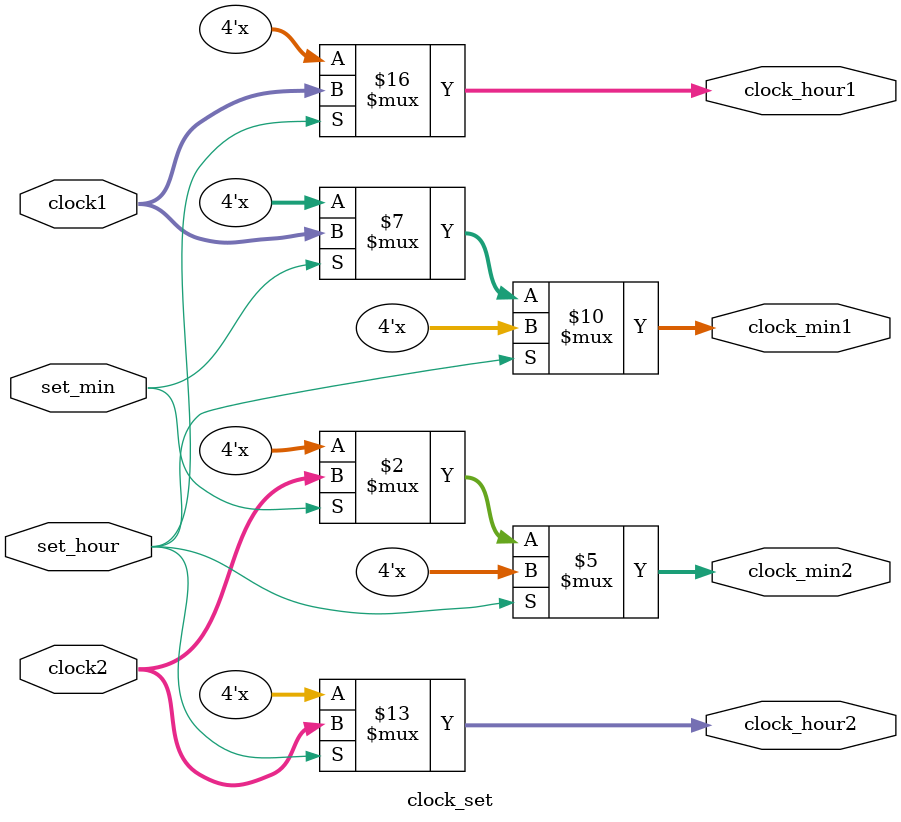
<source format=v>
`timescale 1ns / 1ps


module clock_set(
    input set_min,
    input set_hour,
    input [3:0] clock1,
    input [3:0] clock2,
    output reg [3:0] clock_min1,
    output reg [3:0] clock_min2,
    output reg [3:0] clock_hour1,
    output reg [3:0] clock_hour2
    );
    always @(set_min or set_hour)
        if(set_hour)
        begin
            clock_hour1 <= clock1;
            clock_hour2 <= clock2;
        end    
        else if(set_min)
        begin
            clock_min1 <= clock1;
            clock_min2 <= clock2;
        end
endmodule

</source>
